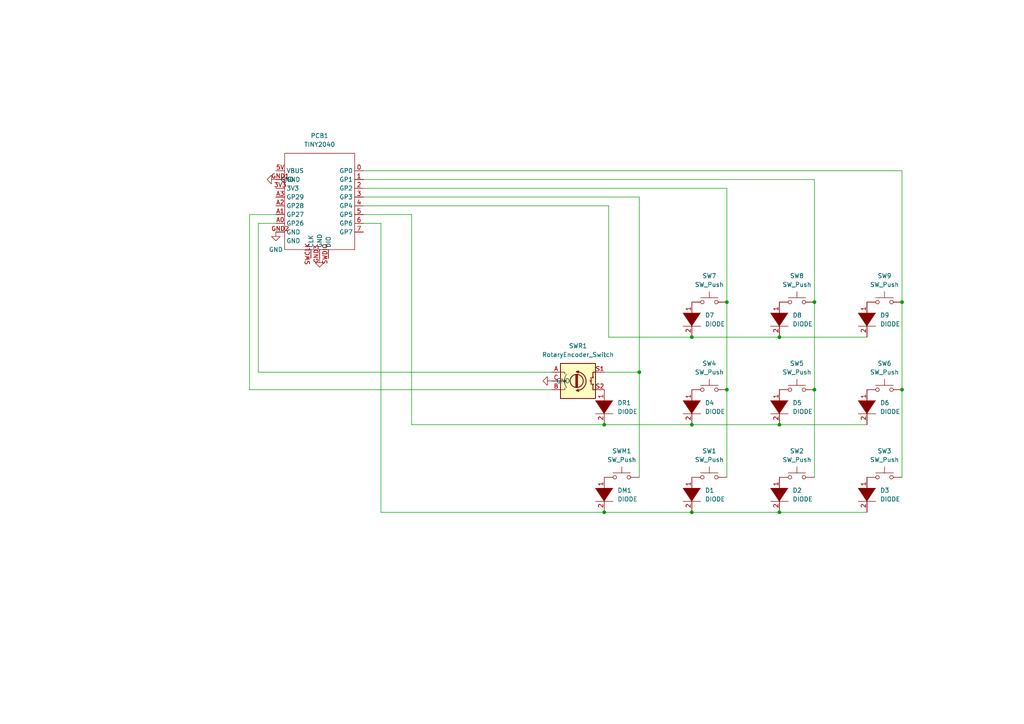
<source format=kicad_sch>
(kicad_sch (version 20211123) (generator eeschema)

  (uuid 9538e4ed-27e6-4c37-b989-9859dc0d49e8)

  (paper "A4")

  (lib_symbols
    (symbol "Device:RotaryEncoder_Switch" (pin_names (offset 0.254) hide) (in_bom yes) (on_board yes)
      (property "Reference" "SW" (id 0) (at 0 6.604 0)
        (effects (font (size 1.27 1.27)))
      )
      (property "Value" "RotaryEncoder_Switch" (id 1) (at 0 -6.604 0)
        (effects (font (size 1.27 1.27)))
      )
      (property "Footprint" "" (id 2) (at -3.81 4.064 0)
        (effects (font (size 1.27 1.27)) hide)
      )
      (property "Datasheet" "~" (id 3) (at 0 6.604 0)
        (effects (font (size 1.27 1.27)) hide)
      )
      (property "ki_keywords" "rotary switch encoder switch push button" (id 4) (at 0 0 0)
        (effects (font (size 1.27 1.27)) hide)
      )
      (property "ki_description" "Rotary encoder, dual channel, incremental quadrate outputs, with switch" (id 5) (at 0 0 0)
        (effects (font (size 1.27 1.27)) hide)
      )
      (property "ki_fp_filters" "RotaryEncoder*Switch*" (id 6) (at 0 0 0)
        (effects (font (size 1.27 1.27)) hide)
      )
      (symbol "RotaryEncoder_Switch_0_1"
        (rectangle (start -5.08 5.08) (end 5.08 -5.08)
          (stroke (width 0.254) (type default) (color 0 0 0 0))
          (fill (type background))
        )
        (circle (center -3.81 0) (radius 0.254)
          (stroke (width 0) (type default) (color 0 0 0 0))
          (fill (type outline))
        )
        (arc (start -0.381 -2.794) (mid 2.3622 -0.0508) (end -0.381 2.667)
          (stroke (width 0.254) (type default) (color 0 0 0 0))
          (fill (type none))
        )
        (circle (center -0.381 0) (radius 1.905)
          (stroke (width 0.254) (type default) (color 0 0 0 0))
          (fill (type none))
        )
        (polyline
          (pts
            (xy -0.635 -1.778)
            (xy -0.635 1.778)
          )
          (stroke (width 0.254) (type default) (color 0 0 0 0))
          (fill (type none))
        )
        (polyline
          (pts
            (xy -0.381 -1.778)
            (xy -0.381 1.778)
          )
          (stroke (width 0.254) (type default) (color 0 0 0 0))
          (fill (type none))
        )
        (polyline
          (pts
            (xy -0.127 1.778)
            (xy -0.127 -1.778)
          )
          (stroke (width 0.254) (type default) (color 0 0 0 0))
          (fill (type none))
        )
        (polyline
          (pts
            (xy 3.81 0)
            (xy 3.429 0)
          )
          (stroke (width 0.254) (type default) (color 0 0 0 0))
          (fill (type none))
        )
        (polyline
          (pts
            (xy 3.81 1.016)
            (xy 3.81 -1.016)
          )
          (stroke (width 0.254) (type default) (color 0 0 0 0))
          (fill (type none))
        )
        (polyline
          (pts
            (xy -5.08 -2.54)
            (xy -3.81 -2.54)
            (xy -3.81 -2.032)
          )
          (stroke (width 0) (type default) (color 0 0 0 0))
          (fill (type none))
        )
        (polyline
          (pts
            (xy -5.08 2.54)
            (xy -3.81 2.54)
            (xy -3.81 2.032)
          )
          (stroke (width 0) (type default) (color 0 0 0 0))
          (fill (type none))
        )
        (polyline
          (pts
            (xy 0.254 -3.048)
            (xy -0.508 -2.794)
            (xy 0.127 -2.413)
          )
          (stroke (width 0.254) (type default) (color 0 0 0 0))
          (fill (type none))
        )
        (polyline
          (pts
            (xy 0.254 2.921)
            (xy -0.508 2.667)
            (xy 0.127 2.286)
          )
          (stroke (width 0.254) (type default) (color 0 0 0 0))
          (fill (type none))
        )
        (polyline
          (pts
            (xy 5.08 -2.54)
            (xy 4.318 -2.54)
            (xy 4.318 -1.016)
          )
          (stroke (width 0.254) (type default) (color 0 0 0 0))
          (fill (type none))
        )
        (polyline
          (pts
            (xy 5.08 2.54)
            (xy 4.318 2.54)
            (xy 4.318 1.016)
          )
          (stroke (width 0.254) (type default) (color 0 0 0 0))
          (fill (type none))
        )
        (polyline
          (pts
            (xy -5.08 0)
            (xy -3.81 0)
            (xy -3.81 -1.016)
            (xy -3.302 -2.032)
          )
          (stroke (width 0) (type default) (color 0 0 0 0))
          (fill (type none))
        )
        (polyline
          (pts
            (xy -4.318 0)
            (xy -3.81 0)
            (xy -3.81 1.016)
            (xy -3.302 2.032)
          )
          (stroke (width 0) (type default) (color 0 0 0 0))
          (fill (type none))
        )
        (circle (center 4.318 -1.016) (radius 0.127)
          (stroke (width 0.254) (type default) (color 0 0 0 0))
          (fill (type none))
        )
        (circle (center 4.318 1.016) (radius 0.127)
          (stroke (width 0.254) (type default) (color 0 0 0 0))
          (fill (type none))
        )
      )
      (symbol "RotaryEncoder_Switch_1_1"
        (pin passive line (at -7.62 2.54 0) (length 2.54)
          (name "A" (effects (font (size 1.27 1.27))))
          (number "A" (effects (font (size 1.27 1.27))))
        )
        (pin passive line (at -7.62 -2.54 0) (length 2.54)
          (name "B" (effects (font (size 1.27 1.27))))
          (number "B" (effects (font (size 1.27 1.27))))
        )
        (pin passive line (at -7.62 0 0) (length 2.54)
          (name "C" (effects (font (size 1.27 1.27))))
          (number "C" (effects (font (size 1.27 1.27))))
        )
        (pin passive line (at 7.62 2.54 180) (length 2.54)
          (name "S1" (effects (font (size 1.27 1.27))))
          (number "S1" (effects (font (size 1.27 1.27))))
        )
        (pin passive line (at 7.62 -2.54 180) (length 2.54)
          (name "S2" (effects (font (size 1.27 1.27))))
          (number "S2" (effects (font (size 1.27 1.27))))
        )
      )
    )
    (symbol "GND_1" (power) (pin_names (offset 0)) (in_bom yes) (on_board yes)
      (property "Reference" "#PWR0101" (id 0) (at 0 -6.35 0)
        (effects (font (size 1.27 1.27)) hide)
      )
      (property "Value" "GND_1" (id 1) (at -7.62 5.08 0)
        (effects (font (size 1.27 1.27)))
      )
      (property "Footprint" "" (id 2) (at 0 0 0)
        (effects (font (size 1.27 1.27)) hide)
      )
      (property "Datasheet" "" (id 3) (at 0 0 0)
        (effects (font (size 1.27 1.27)) hide)
      )
      (property "ki_keywords" "power-flag" (id 4) (at 0 0 0)
        (effects (font (size 1.27 1.27)) hide)
      )
      (property "ki_description" "Power symbol creates a global label with name \"GND\" , ground" (id 5) (at 0 0 0)
        (effects (font (size 1.27 1.27)) hide)
      )
      (symbol "GND_1_0_1"
        (polyline
          (pts
            (xy 0 0)
            (xy 0 -1.27)
            (xy 1.27 -1.27)
            (xy 0 -2.54)
            (xy -1.27 -1.27)
            (xy 0 -1.27)
          )
          (stroke (width 0) (type default) (color 0 0 0 0))
          (fill (type none))
        )
      )
      (symbol "GND_1_1_1"
        (pin power_in line (at 0 0 270) (length 0) hide
          (name "GND" (effects (font (size 1.27 1.27))))
          (number "1" (effects (font (size 1.27 1.27))))
        )
      )
    )
    (symbol "RP2040:TINY2040" (in_bom yes) (on_board yes)
      (property "Reference" "PCB" (id 0) (at 0 -30.48 0)
        (effects (font (size 1.27 1.27)))
      )
      (property "Value" "TINY2040" (id 1) (at 0 10.16 0)
        (effects (font (size 1.27 1.27)))
      )
      (property "Footprint" "" (id 2) (at 0 0 0)
        (effects (font (size 1.27 1.27)) hide)
      )
      (property "Datasheet" "" (id 3) (at 0 0 0)
        (effects (font (size 1.27 1.27)) hide)
      )
      (symbol "TINY2040_0_1"
        (rectangle (start -10.16 -20.32) (end 10.16 7.62)
          (stroke (width 0) (type default) (color 0 0 0 0))
          (fill (type none))
        )
      )
      (symbol "TINY2040_1_1"
        (pin input line (at 12.7 2.54 180) (length 2.54)
          (name "GP0" (effects (font (size 1.27 1.27))))
          (number "0" (effects (font (size 1.27 1.27))))
        )
        (pin input line (at 12.7 0 180) (length 2.54)
          (name "GP1" (effects (font (size 1.27 1.27))))
          (number "1" (effects (font (size 1.27 1.27))))
        )
        (pin input line (at 12.7 -2.54 180) (length 2.54)
          (name "GP2" (effects (font (size 1.27 1.27))))
          (number "2" (effects (font (size 1.27 1.27))))
        )
        (pin input line (at 12.7 -5.08 180) (length 2.54)
          (name "GP3" (effects (font (size 1.27 1.27))))
          (number "3" (effects (font (size 1.27 1.27))))
        )
        (pin power_in line (at -12.7 -2.54 0) (length 2.54)
          (name "3V3" (effects (font (size 1.27 1.27))))
          (number "3V3" (effects (font (size 1.27 1.27))))
        )
        (pin input line (at 12.7 -7.62 180) (length 2.54)
          (name "GP4" (effects (font (size 1.27 1.27))))
          (number "4" (effects (font (size 1.27 1.27))))
        )
        (pin input line (at 12.7 -10.16 180) (length 2.54)
          (name "GP5" (effects (font (size 1.27 1.27))))
          (number "5" (effects (font (size 1.27 1.27))))
        )
        (pin power_in line (at -12.7 2.54 0) (length 2.54)
          (name "VBUS" (effects (font (size 1.27 1.27))))
          (number "5V" (effects (font (size 1.27 1.27))))
        )
        (pin input line (at 12.7 -12.7 180) (length 2.54)
          (name "GP6" (effects (font (size 1.27 1.27))))
          (number "6" (effects (font (size 1.27 1.27))))
        )
        (pin input line (at 12.7 -15.24 180) (length 2.54)
          (name "GP7" (effects (font (size 1.27 1.27))))
          (number "7" (effects (font (size 1.27 1.27))))
        )
        (pin input line (at -12.7 -12.7 0) (length 2.54)
          (name "GP26" (effects (font (size 1.27 1.27))))
          (number "A0" (effects (font (size 1.27 1.27))))
        )
        (pin input line (at -12.7 -10.16 0) (length 2.54)
          (name "GP27" (effects (font (size 1.27 1.27))))
          (number "A1" (effects (font (size 1.27 1.27))))
        )
        (pin input line (at -12.7 -7.62 0) (length 2.54)
          (name "GP28" (effects (font (size 1.27 1.27))))
          (number "A2" (effects (font (size 1.27 1.27))))
        )
        (pin input line (at -12.7 -5.08 0) (length 2.54)
          (name "GP29" (effects (font (size 1.27 1.27))))
          (number "A3" (effects (font (size 1.27 1.27))))
        )
        (pin input line (at -12.7 0 0) (length 2.54)
          (name "GND" (effects (font (size 1.27 1.27))))
          (number "GND1" (effects (font (size 1.27 1.27))))
        )
        (pin input line (at -12.7 -15.24 0) (length 2.54)
          (name "GND" (effects (font (size 1.27 1.27))))
          (number "GND2" (effects (font (size 1.27 1.27))))
        )
        (pin input line (at 0 -22.86 90) (length 2.54)
          (name "GND" (effects (font (size 1.27 1.27))))
          (number "GND3" (effects (font (size 1.27 1.27))))
        )
        (pin input line (at -2.54 -22.86 90) (length 2.54)
          (name "CLK" (effects (font (size 1.27 1.27))))
          (number "SWCLK" (effects (font (size 1.27 1.27))))
        )
        (pin input line (at 2.54 -22.86 90) (length 2.54)
          (name "DIO" (effects (font (size 1.27 1.27))))
          (number "SWDIO" (effects (font (size 1.27 1.27))))
        )
      )
    )
    (symbol "Switch:SW_Push" (pin_numbers hide) (pin_names (offset 1.016) hide) (in_bom yes) (on_board yes)
      (property "Reference" "SW" (id 0) (at 1.27 2.54 0)
        (effects (font (size 1.27 1.27)) (justify left))
      )
      (property "Value" "SW_Push" (id 1) (at 0 -1.524 0)
        (effects (font (size 1.27 1.27)))
      )
      (property "Footprint" "" (id 2) (at 0 5.08 0)
        (effects (font (size 1.27 1.27)) hide)
      )
      (property "Datasheet" "~" (id 3) (at 0 5.08 0)
        (effects (font (size 1.27 1.27)) hide)
      )
      (property "ki_keywords" "switch normally-open pushbutton push-button" (id 4) (at 0 0 0)
        (effects (font (size 1.27 1.27)) hide)
      )
      (property "ki_description" "Push button switch, generic, two pins" (id 5) (at 0 0 0)
        (effects (font (size 1.27 1.27)) hide)
      )
      (symbol "SW_Push_0_1"
        (circle (center -2.032 0) (radius 0.508)
          (stroke (width 0) (type default) (color 0 0 0 0))
          (fill (type none))
        )
        (polyline
          (pts
            (xy 0 1.27)
            (xy 0 3.048)
          )
          (stroke (width 0) (type default) (color 0 0 0 0))
          (fill (type none))
        )
        (polyline
          (pts
            (xy 2.54 1.27)
            (xy -2.54 1.27)
          )
          (stroke (width 0) (type default) (color 0 0 0 0))
          (fill (type none))
        )
        (circle (center 2.032 0) (radius 0.508)
          (stroke (width 0) (type default) (color 0 0 0 0))
          (fill (type none))
        )
        (pin passive line (at -5.08 0 0) (length 2.54)
          (name "1" (effects (font (size 1.27 1.27))))
          (number "1" (effects (font (size 1.27 1.27))))
        )
        (pin passive line (at 5.08 0 180) (length 2.54)
          (name "2" (effects (font (size 1.27 1.27))))
          (number "2" (effects (font (size 1.27 1.27))))
        )
      )
    )
    (symbol "power:GND" (power) (pin_names (offset 0)) (in_bom yes) (on_board yes)
      (property "Reference" "#PWR" (id 0) (at 0 -6.35 0)
        (effects (font (size 1.27 1.27)) hide)
      )
      (property "Value" "GND" (id 1) (at 0 -3.81 0)
        (effects (font (size 1.27 1.27)))
      )
      (property "Footprint" "" (id 2) (at 0 0 0)
        (effects (font (size 1.27 1.27)) hide)
      )
      (property "Datasheet" "" (id 3) (at 0 0 0)
        (effects (font (size 1.27 1.27)) hide)
      )
      (property "ki_keywords" "power-flag" (id 4) (at 0 0 0)
        (effects (font (size 1.27 1.27)) hide)
      )
      (property "ki_description" "Power symbol creates a global label with name \"GND\" , ground" (id 5) (at 0 0 0)
        (effects (font (size 1.27 1.27)) hide)
      )
      (symbol "GND_0_1"
        (polyline
          (pts
            (xy 0 0)
            (xy 0 -1.27)
            (xy 1.27 -1.27)
            (xy 0 -2.54)
            (xy -1.27 -1.27)
            (xy 0 -1.27)
          )
          (stroke (width 0) (type default) (color 0 0 0 0))
          (fill (type none))
        )
      )
      (symbol "GND_1_1"
        (pin power_in line (at 0 0 270) (length 0) hide
          (name "GND" (effects (font (size 1.27 1.27))))
          (number "1" (effects (font (size 1.27 1.27))))
        )
      )
    )
    (symbol "pspice:DIODE" (pin_names (offset 1.016) hide) (in_bom yes) (on_board yes)
      (property "Reference" "D" (id 0) (at 0 3.81 0)
        (effects (font (size 1.27 1.27)))
      )
      (property "Value" "DIODE" (id 1) (at 0 -4.445 0)
        (effects (font (size 1.27 1.27)))
      )
      (property "Footprint" "" (id 2) (at 0 0 0)
        (effects (font (size 1.27 1.27)) hide)
      )
      (property "Datasheet" "~" (id 3) (at 0 0 0)
        (effects (font (size 1.27 1.27)) hide)
      )
      (property "ki_keywords" "simulation" (id 4) (at 0 0 0)
        (effects (font (size 1.27 1.27)) hide)
      )
      (property "ki_description" "Diode symbol for simulation only. Pin order incompatible with official kicad footprints" (id 5) (at 0 0 0)
        (effects (font (size 1.27 1.27)) hide)
      )
      (symbol "DIODE_0_1"
        (polyline
          (pts
            (xy 1.905 2.54)
            (xy 1.905 -2.54)
          )
          (stroke (width 0) (type default) (color 0 0 0 0))
          (fill (type none))
        )
        (polyline
          (pts
            (xy -1.905 2.54)
            (xy -1.905 -2.54)
            (xy 1.905 0)
          )
          (stroke (width 0) (type default) (color 0 0 0 0))
          (fill (type outline))
        )
      )
      (symbol "DIODE_1_1"
        (pin input line (at -5.08 0 0) (length 3.81)
          (name "K" (effects (font (size 1.27 1.27))))
          (number "1" (effects (font (size 1.27 1.27))))
        )
        (pin input line (at 5.08 0 180) (length 3.81)
          (name "A" (effects (font (size 1.27 1.27))))
          (number "2" (effects (font (size 1.27 1.27))))
        )
      )
    )
  )

  (junction (at 226.06 97.79) (diameter 0) (color 0 0 0 0)
    (uuid 0873cdc0-3710-4587-890a-e26565e62d68)
  )
  (junction (at 210.82 113.03) (diameter 0) (color 0 0 0 0)
    (uuid 175412a8-9e63-4d54-ac44-26994c744167)
  )
  (junction (at 261.62 113.03) (diameter 0) (color 0 0 0 0)
    (uuid 1fbade10-f614-4a26-8e74-b8a0ae931314)
  )
  (junction (at 175.26 148.59) (diameter 0) (color 0 0 0 0)
    (uuid 2b744c59-157c-4f10-973a-a0cdfb1abec0)
  )
  (junction (at 226.06 148.59) (diameter 0) (color 0 0 0 0)
    (uuid 6690ae58-4af4-4bd1-a527-8fe1f86b30c4)
  )
  (junction (at 200.66 148.59) (diameter 0) (color 0 0 0 0)
    (uuid 684dc39e-476f-45c2-9396-f5ebd24b969d)
  )
  (junction (at 261.62 87.63) (diameter 0) (color 0 0 0 0)
    (uuid 69019c7f-644c-440e-bacc-6abba8dadf64)
  )
  (junction (at 236.22 113.03) (diameter 0) (color 0 0 0 0)
    (uuid 77a9fa2d-5a8a-4fe9-abd9-301ee088f847)
  )
  (junction (at 226.06 123.19) (diameter 0) (color 0 0 0 0)
    (uuid 79f3fbc5-36eb-4a13-b180-f332babfa68c)
  )
  (junction (at 236.22 87.63) (diameter 0) (color 0 0 0 0)
    (uuid 80a41420-48e6-4d93-b676-f49818f3eb0c)
  )
  (junction (at 210.82 87.63) (diameter 0) (color 0 0 0 0)
    (uuid 910251e4-a0cf-4469-8fac-5c39886f55d3)
  )
  (junction (at 185.42 107.95) (diameter 0) (color 0 0 0 0)
    (uuid 9bc09037-7dc5-493a-8e37-b313513a0f12)
  )
  (junction (at 200.66 123.19) (diameter 0) (color 0 0 0 0)
    (uuid a6267a2b-7bda-45df-96c8-747f684aca2a)
  )
  (junction (at 200.66 97.79) (diameter 0) (color 0 0 0 0)
    (uuid afd150d1-fc13-44f7-8442-ebcba7f67252)
  )
  (junction (at 175.26 123.19) (diameter 0) (color 0 0 0 0)
    (uuid b64af439-ad33-40dc-af5f-570531c89aee)
  )

  (wire (pts (xy 200.66 148.59) (xy 226.06 148.59))
    (stroke (width 0) (type default) (color 0 0 0 0))
    (uuid 0228716c-42ba-4b4e-8caf-98e69b50bedf)
  )
  (wire (pts (xy 226.06 123.19) (xy 251.46 123.19))
    (stroke (width 0) (type default) (color 0 0 0 0))
    (uuid 0aa50a6a-36c0-495a-8825-f3b1a2e8cc48)
  )
  (wire (pts (xy 261.62 87.63) (xy 261.62 113.03))
    (stroke (width 0) (type default) (color 0 0 0 0))
    (uuid 16a1fd3f-c889-4bd7-927f-4818cfead52a)
  )
  (wire (pts (xy 110.49 148.59) (xy 110.49 64.77))
    (stroke (width 0) (type default) (color 0 0 0 0))
    (uuid 1e4b62c4-a010-4caa-84a8-f965034e2901)
  )
  (wire (pts (xy 200.66 97.79) (xy 226.06 97.79))
    (stroke (width 0) (type default) (color 0 0 0 0))
    (uuid 1f77094a-5b5e-4260-a051-44e56027baac)
  )
  (wire (pts (xy 74.93 107.95) (xy 160.02 107.95))
    (stroke (width 0) (type default) (color 0 0 0 0))
    (uuid 2429fba0-5cfa-41a0-ae6d-ff0a2cdf3bb0)
  )
  (wire (pts (xy 185.42 57.15) (xy 185.42 107.95))
    (stroke (width 0) (type default) (color 0 0 0 0))
    (uuid 38cbf4f1-faaa-41ec-a3f7-5bc97e643d8e)
  )
  (wire (pts (xy 261.62 113.03) (xy 261.62 138.43))
    (stroke (width 0) (type default) (color 0 0 0 0))
    (uuid 38e3e38f-3f8a-489d-9fbb-dd6a5ac12797)
  )
  (wire (pts (xy 176.53 97.79) (xy 200.66 97.79))
    (stroke (width 0) (type default) (color 0 0 0 0))
    (uuid 3a75e733-05f9-4fa9-a785-1e3c78158f59)
  )
  (wire (pts (xy 226.06 97.79) (xy 251.46 97.79))
    (stroke (width 0) (type default) (color 0 0 0 0))
    (uuid 3d2fc159-91c4-47e5-8252-8e172dab1c30)
  )
  (wire (pts (xy 74.93 64.77) (xy 80.01 64.77))
    (stroke (width 0) (type default) (color 0 0 0 0))
    (uuid 4d103dec-c191-41ba-9e42-7834c9e4ea91)
  )
  (wire (pts (xy 80.01 62.23) (xy 72.39 62.23))
    (stroke (width 0) (type default) (color 0 0 0 0))
    (uuid 528d556c-39ae-470d-901d-0add8fddffba)
  )
  (wire (pts (xy 175.26 148.59) (xy 200.66 148.59))
    (stroke (width 0) (type default) (color 0 0 0 0))
    (uuid 52bd69af-5ac2-4647-8849-907734fda228)
  )
  (wire (pts (xy 236.22 52.07) (xy 105.41 52.07))
    (stroke (width 0) (type default) (color 0 0 0 0))
    (uuid 5fed8039-85aa-4449-8ffd-52887a6661ee)
  )
  (wire (pts (xy 210.82 54.61) (xy 105.41 54.61))
    (stroke (width 0) (type default) (color 0 0 0 0))
    (uuid 61482348-9b41-49bd-805c-a1eac912cae3)
  )
  (wire (pts (xy 119.38 62.23) (xy 105.41 62.23))
    (stroke (width 0) (type default) (color 0 0 0 0))
    (uuid 61ad52b6-50aa-4a3e-8de6-75567d2a8be9)
  )
  (wire (pts (xy 175.26 107.95) (xy 185.42 107.95))
    (stroke (width 0) (type default) (color 0 0 0 0))
    (uuid 6a7bc429-0590-42aa-954a-390cdc67d80f)
  )
  (wire (pts (xy 72.39 113.03) (xy 160.02 113.03))
    (stroke (width 0) (type default) (color 0 0 0 0))
    (uuid 6e1f0f93-a3ff-4b8d-a97b-c05d9d2447a3)
  )
  (wire (pts (xy 200.66 123.19) (xy 226.06 123.19))
    (stroke (width 0) (type default) (color 0 0 0 0))
    (uuid 6ee119a9-b985-43f0-830f-3717fcbce052)
  )
  (wire (pts (xy 119.38 123.19) (xy 119.38 62.23))
    (stroke (width 0) (type default) (color 0 0 0 0))
    (uuid 6f987748-671a-4303-b197-e6d95ba3d662)
  )
  (wire (pts (xy 210.82 87.63) (xy 210.82 113.03))
    (stroke (width 0) (type default) (color 0 0 0 0))
    (uuid 71822164-df87-475c-a846-7532b6481c79)
  )
  (wire (pts (xy 236.22 113.03) (xy 236.22 138.43))
    (stroke (width 0) (type default) (color 0 0 0 0))
    (uuid 76a16bf5-7ab7-40ed-8b7f-a4d2e574ba20)
  )
  (wire (pts (xy 175.26 123.19) (xy 200.66 123.19))
    (stroke (width 0) (type default) (color 0 0 0 0))
    (uuid 7727ed64-611d-4faa-8598-9141a4c0c092)
  )
  (wire (pts (xy 261.62 49.53) (xy 105.41 49.53))
    (stroke (width 0) (type default) (color 0 0 0 0))
    (uuid 7a3cdf13-afb3-48de-963e-fca2daeeb850)
  )
  (wire (pts (xy 110.49 64.77) (xy 105.41 64.77))
    (stroke (width 0) (type default) (color 0 0 0 0))
    (uuid 7aee6331-cbcd-4b2f-bea7-eb9819ac3d65)
  )
  (wire (pts (xy 236.22 52.07) (xy 236.22 87.63))
    (stroke (width 0) (type default) (color 0 0 0 0))
    (uuid 88dc6b19-f914-4b7e-9a36-2e57daccab98)
  )
  (wire (pts (xy 74.93 107.95) (xy 74.93 64.77))
    (stroke (width 0) (type default) (color 0 0 0 0))
    (uuid 90a97dfe-6fc1-44ad-88d8-521225db1b67)
  )
  (wire (pts (xy 210.82 54.61) (xy 210.82 87.63))
    (stroke (width 0) (type default) (color 0 0 0 0))
    (uuid 9d45341f-3a0a-4fac-b69d-334df5e29c22)
  )
  (wire (pts (xy 175.26 123.19) (xy 119.38 123.19))
    (stroke (width 0) (type default) (color 0 0 0 0))
    (uuid 9eb323be-90eb-4214-aaf5-dc16ab29b59f)
  )
  (wire (pts (xy 185.42 57.15) (xy 105.41 57.15))
    (stroke (width 0) (type default) (color 0 0 0 0))
    (uuid b3afa44e-35dc-45a2-a154-9d41a0c71214)
  )
  (wire (pts (xy 210.82 113.03) (xy 210.82 138.43))
    (stroke (width 0) (type default) (color 0 0 0 0))
    (uuid b47310f8-3f6f-4d60-ad2b-0379b06b640b)
  )
  (wire (pts (xy 261.62 49.53) (xy 261.62 87.63))
    (stroke (width 0) (type default) (color 0 0 0 0))
    (uuid b78ea95c-e876-447b-82ff-a11a561ff4a6)
  )
  (wire (pts (xy 226.06 148.59) (xy 251.46 148.59))
    (stroke (width 0) (type default) (color 0 0 0 0))
    (uuid b795f36f-3c70-437f-8819-608df30afd37)
  )
  (wire (pts (xy 105.41 59.69) (xy 176.53 59.69))
    (stroke (width 0) (type default) (color 0 0 0 0))
    (uuid cdca502f-3e87-4ad4-9fe0-073fb665cdea)
  )
  (wire (pts (xy 176.53 59.69) (xy 176.53 97.79))
    (stroke (width 0) (type default) (color 0 0 0 0))
    (uuid daef8ca7-c294-4936-b39b-f07e9640024f)
  )
  (wire (pts (xy 185.42 107.95) (xy 185.42 138.43))
    (stroke (width 0) (type default) (color 0 0 0 0))
    (uuid dd3039a3-ac29-4d0c-be4c-9dd11955fb73)
  )
  (wire (pts (xy 72.39 62.23) (xy 72.39 113.03))
    (stroke (width 0) (type default) (color 0 0 0 0))
    (uuid df90fe60-83f5-43c0-be40-ca1399e54edb)
  )
  (wire (pts (xy 236.22 87.63) (xy 236.22 113.03))
    (stroke (width 0) (type default) (color 0 0 0 0))
    (uuid dfcf5774-3179-4df6-99e0-6f7aa489887d)
  )
  (wire (pts (xy 175.26 148.59) (xy 110.49 148.59))
    (stroke (width 0) (type default) (color 0 0 0 0))
    (uuid f42c70b0-c182-41ab-b318-d1689c69c4f2)
  )

  (symbol (lib_id "pspice:DIODE") (at 175.26 143.51 270) (unit 1)
    (in_bom yes) (on_board yes) (fields_autoplaced)
    (uuid 06aab8f0-da13-4db3-8676-fb1cdb84b3df)
    (property "Reference" "DM1" (id 0) (at 179.07 142.2399 90)
      (effects (font (size 1.27 1.27)) (justify left))
    )
    (property "Value" "DIODE" (id 1) (at 179.07 144.7799 90)
      (effects (font (size 1.27 1.27)) (justify left))
    )
    (property "Footprint" "Diode_SMD:D_SOD-123" (id 2) (at 175.26 143.51 0)
      (effects (font (size 1.27 1.27)) hide)
    )
    (property "Datasheet" "~" (id 3) (at 175.26 143.51 0)
      (effects (font (size 1.27 1.27)) hide)
    )
    (pin "1" (uuid 56821b15-f99f-4746-a9e7-4fbfc11f914d))
    (pin "2" (uuid db3d217e-ba7e-4a17-a1b0-51a9d41bf692))
  )

  (symbol (lib_id "Switch:SW_Push") (at 231.14 138.43 0) (unit 1)
    (in_bom yes) (on_board yes) (fields_autoplaced)
    (uuid 087f8577-9039-40a2-9b9b-ddf567db2885)
    (property "Reference" "SW2" (id 0) (at 231.14 130.81 0))
    (property "Value" "SW_Push" (id 1) (at 231.14 133.35 0))
    (property "Footprint" "" (id 2) (at 231.14 133.35 0)
      (effects (font (size 1.27 1.27)) hide)
    )
    (property "Datasheet" "~" (id 3) (at 231.14 133.35 0)
      (effects (font (size 1.27 1.27)) hide)
    )
    (pin "1" (uuid 7b38969f-ddf4-499f-a9d5-572ff0099fd2))
    (pin "2" (uuid f0a2fe67-2ca7-43a7-b343-83fe064f7067))
  )

  (symbol (lib_id "pspice:DIODE") (at 226.06 143.51 270) (unit 1)
    (in_bom yes) (on_board yes) (fields_autoplaced)
    (uuid 14308718-740b-421a-bc52-633c2b113904)
    (property "Reference" "D2" (id 0) (at 229.87 142.2399 90)
      (effects (font (size 1.27 1.27)) (justify left))
    )
    (property "Value" "DIODE" (id 1) (at 229.87 144.7799 90)
      (effects (font (size 1.27 1.27)) (justify left))
    )
    (property "Footprint" "Diode_SMD:D_SOD-123" (id 2) (at 226.06 143.51 0)
      (effects (font (size 1.27 1.27)) hide)
    )
    (property "Datasheet" "~" (id 3) (at 226.06 143.51 0)
      (effects (font (size 1.27 1.27)) hide)
    )
    (pin "1" (uuid b3b65d55-a211-4153-b0e9-e99a3633cc8d))
    (pin "2" (uuid 656b90fd-4744-4aa1-8332-91b1800b8877))
  )

  (symbol (lib_id "pspice:DIODE") (at 226.06 92.71 270) (unit 1)
    (in_bom yes) (on_board yes) (fields_autoplaced)
    (uuid 14e915fc-1dc9-434e-b8d8-ff580b83cbc7)
    (property "Reference" "D8" (id 0) (at 229.87 91.4399 90)
      (effects (font (size 1.27 1.27)) (justify left))
    )
    (property "Value" "DIODE" (id 1) (at 229.87 93.9799 90)
      (effects (font (size 1.27 1.27)) (justify left))
    )
    (property "Footprint" "Diode_SMD:D_SOD-123" (id 2) (at 226.06 92.71 0)
      (effects (font (size 1.27 1.27)) hide)
    )
    (property "Datasheet" "~" (id 3) (at 226.06 92.71 0)
      (effects (font (size 1.27 1.27)) hide)
    )
    (pin "1" (uuid 9abadd5d-80ac-4201-b2e6-b3ac5ad6f2c2))
    (pin "2" (uuid 38003947-c92d-4add-9c81-f1d881b3d571))
  )

  (symbol (lib_id "pspice:DIODE") (at 200.66 118.11 270) (unit 1)
    (in_bom yes) (on_board yes) (fields_autoplaced)
    (uuid 1d006c05-f1df-4be0-9cb2-948c77c841e1)
    (property "Reference" "D4" (id 0) (at 204.47 116.8399 90)
      (effects (font (size 1.27 1.27)) (justify left))
    )
    (property "Value" "DIODE" (id 1) (at 204.47 119.3799 90)
      (effects (font (size 1.27 1.27)) (justify left))
    )
    (property "Footprint" "Diode_SMD:D_SOD-123" (id 2) (at 200.66 118.11 0)
      (effects (font (size 1.27 1.27)) hide)
    )
    (property "Datasheet" "~" (id 3) (at 200.66 118.11 0)
      (effects (font (size 1.27 1.27)) hide)
    )
    (pin "1" (uuid ece494d7-25ba-49c5-8ee2-6ea1dce2e3a5))
    (pin "2" (uuid a6b9a0a2-aa7d-4ba7-aaea-a2da03b5113c))
  )

  (symbol (lib_id "pspice:DIODE") (at 251.46 92.71 270) (unit 1)
    (in_bom yes) (on_board yes) (fields_autoplaced)
    (uuid 28fa8b38-7a3b-4522-9cac-0471c3312821)
    (property "Reference" "D9" (id 0) (at 255.27 91.4399 90)
      (effects (font (size 1.27 1.27)) (justify left))
    )
    (property "Value" "DIODE" (id 1) (at 255.27 93.9799 90)
      (effects (font (size 1.27 1.27)) (justify left))
    )
    (property "Footprint" "Diode_SMD:D_SOD-123" (id 2) (at 251.46 92.71 0)
      (effects (font (size 1.27 1.27)) hide)
    )
    (property "Datasheet" "~" (id 3) (at 251.46 92.71 0)
      (effects (font (size 1.27 1.27)) hide)
    )
    (pin "1" (uuid 5530aee3-c202-48df-875f-f5b264b41198))
    (pin "2" (uuid 73a0b2c2-d47e-481a-ac36-47fe4dea549e))
  )

  (symbol (lib_id "Switch:SW_Push") (at 256.54 138.43 0) (unit 1)
    (in_bom yes) (on_board yes) (fields_autoplaced)
    (uuid 304a3051-63d1-4236-8662-7b8dc76290fe)
    (property "Reference" "SW3" (id 0) (at 256.54 130.81 0))
    (property "Value" "SW_Push" (id 1) (at 256.54 133.35 0))
    (property "Footprint" "" (id 2) (at 256.54 133.35 0)
      (effects (font (size 1.27 1.27)) hide)
    )
    (property "Datasheet" "~" (id 3) (at 256.54 133.35 0)
      (effects (font (size 1.27 1.27)) hide)
    )
    (pin "1" (uuid 7bae8c19-69dd-45dd-92ac-9c50c924fe1e))
    (pin "2" (uuid 963a08a8-2f35-4ffc-bac7-06e48e774abc))
  )

  (symbol (lib_id "pspice:DIODE") (at 200.66 92.71 270) (unit 1)
    (in_bom yes) (on_board yes) (fields_autoplaced)
    (uuid 40fd54d6-b401-484d-866d-d2e5e398a476)
    (property "Reference" "D7" (id 0) (at 204.47 91.4399 90)
      (effects (font (size 1.27 1.27)) (justify left))
    )
    (property "Value" "DIODE" (id 1) (at 204.47 93.9799 90)
      (effects (font (size 1.27 1.27)) (justify left))
    )
    (property "Footprint" "Diode_SMD:D_SOD-123" (id 2) (at 200.66 92.71 0)
      (effects (font (size 1.27 1.27)) hide)
    )
    (property "Datasheet" "~" (id 3) (at 200.66 92.71 0)
      (effects (font (size 1.27 1.27)) hide)
    )
    (pin "1" (uuid 854829a6-af54-45a8-88ea-651e7fc85104))
    (pin "2" (uuid b6b994c6-068e-4399-860d-0438db08c311))
  )

  (symbol (lib_name "GND_1") (lib_id "power:GND") (at 92.71 74.93 0) (unit 1)
    (in_bom yes) (on_board yes) (fields_autoplaced)
    (uuid 46e9d9ed-8f0b-4a4f-be31-7ee05ebbd10d)
    (property "Reference" "#PWR0101" (id 0) (at 92.71 81.28 0)
      (effects (font (size 1.27 1.27)) hide)
    )
    (property "Value" "GND" (id 1) (at 85.09 69.85 0))
    (property "Footprint" "" (id 2) (at 92.71 74.93 0)
      (effects (font (size 1.27 1.27)) hide)
    )
    (property "Datasheet" "" (id 3) (at 92.71 74.93 0)
      (effects (font (size 1.27 1.27)) hide)
    )
    (pin "1" (uuid 04537507-6d2b-470f-8b42-ad85c2575fe2))
  )

  (symbol (lib_id "Switch:SW_Push") (at 180.34 138.43 0) (unit 1)
    (in_bom yes) (on_board yes) (fields_autoplaced)
    (uuid 6182ca9b-1bd4-4f37-bff8-2540085c3fe2)
    (property "Reference" "SWM1" (id 0) (at 180.34 130.81 0))
    (property "Value" "SW_Push" (id 1) (at 180.34 133.35 0))
    (property "Footprint" "" (id 2) (at 180.34 133.35 0)
      (effects (font (size 1.27 1.27)) hide)
    )
    (property "Datasheet" "~" (id 3) (at 180.34 133.35 0)
      (effects (font (size 1.27 1.27)) hide)
    )
    (pin "1" (uuid 63d8f5c8-fe4c-4059-b793-e3029b0342e9))
    (pin "2" (uuid 7ff59b1f-438b-4522-93c4-c2a4317bb0c4))
  )

  (symbol (lib_id "power:GND") (at 80.01 52.07 270) (unit 1)
    (in_bom yes) (on_board yes) (fields_autoplaced)
    (uuid 664904e9-559f-41c4-bfe0-bccc7ffcf2fd)
    (property "Reference" "#PWR0103" (id 0) (at 73.66 52.07 0)
      (effects (font (size 1.27 1.27)) hide)
    )
    (property "Value" "GND" (id 1) (at 81.28 52.0699 90)
      (effects (font (size 1.27 1.27)) (justify left))
    )
    (property "Footprint" "" (id 2) (at 80.01 52.07 0)
      (effects (font (size 1.27 1.27)) hide)
    )
    (property "Datasheet" "" (id 3) (at 80.01 52.07 0)
      (effects (font (size 1.27 1.27)) hide)
    )
    (pin "1" (uuid 1d9970f0-1e1e-4cf0-831c-becb50734c37))
  )

  (symbol (lib_id "pspice:DIODE") (at 251.46 118.11 270) (unit 1)
    (in_bom yes) (on_board yes) (fields_autoplaced)
    (uuid 66768dfc-fa80-4ed4-bb69-12a6cf37dbdd)
    (property "Reference" "D6" (id 0) (at 255.27 116.8399 90)
      (effects (font (size 1.27 1.27)) (justify left))
    )
    (property "Value" "DIODE" (id 1) (at 255.27 119.3799 90)
      (effects (font (size 1.27 1.27)) (justify left))
    )
    (property "Footprint" "Diode_SMD:D_SOD-123" (id 2) (at 251.46 118.11 0)
      (effects (font (size 1.27 1.27)) hide)
    )
    (property "Datasheet" "~" (id 3) (at 251.46 118.11 0)
      (effects (font (size 1.27 1.27)) hide)
    )
    (pin "1" (uuid 40011c14-12f6-4718-98c0-a7608807f020))
    (pin "2" (uuid f6a728d9-1198-40d3-9b23-eef268828a19))
  )

  (symbol (lib_id "Switch:SW_Push") (at 256.54 113.03 0) (unit 1)
    (in_bom yes) (on_board yes) (fields_autoplaced)
    (uuid 75ef51eb-bdd3-437a-b34d-0d489b347075)
    (property "Reference" "SW6" (id 0) (at 256.54 105.41 0))
    (property "Value" "SW_Push" (id 1) (at 256.54 107.95 0))
    (property "Footprint" "" (id 2) (at 256.54 107.95 0)
      (effects (font (size 1.27 1.27)) hide)
    )
    (property "Datasheet" "~" (id 3) (at 256.54 107.95 0)
      (effects (font (size 1.27 1.27)) hide)
    )
    (pin "1" (uuid 950a7461-c07e-4a3b-a4a3-d99cc136faf2))
    (pin "2" (uuid f7a867dd-af62-4448-a6ab-1aef95127af4))
  )

  (symbol (lib_id "pspice:DIODE") (at 200.66 143.51 270) (unit 1)
    (in_bom yes) (on_board yes) (fields_autoplaced)
    (uuid 7f31e8bf-9ee7-46d7-a982-b945c7c59656)
    (property "Reference" "D1" (id 0) (at 204.47 142.2399 90)
      (effects (font (size 1.27 1.27)) (justify left))
    )
    (property "Value" "DIODE" (id 1) (at 204.47 144.7799 90)
      (effects (font (size 1.27 1.27)) (justify left))
    )
    (property "Footprint" "Diode_SMD:D_SOD-123" (id 2) (at 200.66 143.51 0)
      (effects (font (size 1.27 1.27)) hide)
    )
    (property "Datasheet" "~" (id 3) (at 200.66 143.51 0)
      (effects (font (size 1.27 1.27)) hide)
    )
    (pin "1" (uuid a7d000ac-c9d2-465c-ae24-f6004021c932))
    (pin "2" (uuid 2e12966c-d6a9-4613-b347-98c6cec3d306))
  )

  (symbol (lib_id "Switch:SW_Push") (at 205.74 138.43 0) (unit 1)
    (in_bom yes) (on_board yes) (fields_autoplaced)
    (uuid 8fe3f782-4067-4862-9297-f3db92c67b65)
    (property "Reference" "SW1" (id 0) (at 205.74 130.81 0))
    (property "Value" "SW_Push" (id 1) (at 205.74 133.35 0))
    (property "Footprint" "" (id 2) (at 205.74 133.35 0)
      (effects (font (size 1.27 1.27)) hide)
    )
    (property "Datasheet" "~" (id 3) (at 205.74 133.35 0)
      (effects (font (size 1.27 1.27)) hide)
    )
    (pin "1" (uuid c16fbca6-d6ec-4c58-8555-e219cfc90001))
    (pin "2" (uuid 00841e0f-b7e9-43cc-9d15-1b9a34c0a356))
  )

  (symbol (lib_id "RP2040:TINY2040") (at 92.71 52.07 0) (unit 1)
    (in_bom yes) (on_board yes) (fields_autoplaced)
    (uuid 929ea914-d305-4d5c-a9c2-a7cd57167667)
    (property "Reference" "PCB1" (id 0) (at 92.71 39.37 0))
    (property "Value" "TINY2040" (id 1) (at 92.71 41.91 0))
    (property "Footprint" "pimoroni-boards:TINY2040" (id 2) (at 92.71 52.07 0)
      (effects (font (size 1.27 1.27)) hide)
    )
    (property "Datasheet" "" (id 3) (at 92.71 52.07 0)
      (effects (font (size 1.27 1.27)) hide)
    )
    (pin "0" (uuid 67e45344-3944-40bb-a40b-3b2bdd750dc6))
    (pin "1" (uuid 46312330-f2ea-4965-a353-10d7e95a23af))
    (pin "2" (uuid a8d4bc8a-639b-4fd8-aeb4-c0ddfdb332d8))
    (pin "3" (uuid 3a0581e3-dd93-4b38-9fd9-806add608b4b))
    (pin "3V3" (uuid 030cebe2-553d-42b6-a1a4-d567a05627a7))
    (pin "4" (uuid 13a5f8d6-97f9-4140-94ab-1884f36b9a2b))
    (pin "5" (uuid 46784f49-c458-4f70-baec-cfdc3f437057))
    (pin "5V" (uuid d583473f-15c7-49c4-bc11-4f0bf9e36145))
    (pin "6" (uuid d4a96037-c906-475b-895c-6fe741b209b3))
    (pin "7" (uuid 466fab17-84f5-4d1e-a9c4-3fe8c7f26989))
    (pin "A0" (uuid 72753edf-60d2-419c-b3c1-751471782c96))
    (pin "A1" (uuid 067f1caf-aab2-471b-9f3b-1eb15920e895))
    (pin "A2" (uuid 2cc96c56-5236-45c8-9aab-6f6dec7a942f))
    (pin "A3" (uuid 60459df9-bcbf-4324-abea-e76d8a1dd9bc))
    (pin "GND1" (uuid 1067c014-51ac-465a-8ecc-e28dedbc79dd))
    (pin "GND2" (uuid eb7f626a-3f41-4ed6-a653-f3fdf9905f0a))
    (pin "GND3" (uuid 3ed9e039-c14a-4124-b0d3-ba696437123f))
    (pin "SWCLK" (uuid 13c9aa75-9fcf-4c80-ad99-5cab431bb651))
    (pin "SWDIO" (uuid 6b96e7d6-94bf-464e-9118-460cb0c730db))
  )

  (symbol (lib_id "pspice:DIODE") (at 175.26 118.11 270) (unit 1)
    (in_bom yes) (on_board yes) (fields_autoplaced)
    (uuid 931a5d0e-8ec2-4ba1-8d11-d77249be1deb)
    (property "Reference" "DR1" (id 0) (at 179.07 116.8399 90)
      (effects (font (size 1.27 1.27)) (justify left))
    )
    (property "Value" "DIODE" (id 1) (at 179.07 119.3799 90)
      (effects (font (size 1.27 1.27)) (justify left))
    )
    (property "Footprint" "Diode_SMD:D_SOD-123" (id 2) (at 175.26 118.11 0)
      (effects (font (size 1.27 1.27)) hide)
    )
    (property "Datasheet" "~" (id 3) (at 175.26 118.11 0)
      (effects (font (size 1.27 1.27)) hide)
    )
    (pin "1" (uuid c9880b02-0e00-48ef-976c-8b1016134941))
    (pin "2" (uuid ceb42800-0af1-4a41-9c9f-fd40a0438fe7))
  )

  (symbol (lib_id "pspice:DIODE") (at 251.46 143.51 270) (unit 1)
    (in_bom yes) (on_board yes) (fields_autoplaced)
    (uuid 9b84a13a-23cd-489b-9d67-8d91529dbc00)
    (property "Reference" "D3" (id 0) (at 255.27 142.2399 90)
      (effects (font (size 1.27 1.27)) (justify left))
    )
    (property "Value" "DIODE" (id 1) (at 255.27 144.7799 90)
      (effects (font (size 1.27 1.27)) (justify left))
    )
    (property "Footprint" "Diode_SMD:D_SOD-123" (id 2) (at 251.46 143.51 0)
      (effects (font (size 1.27 1.27)) hide)
    )
    (property "Datasheet" "~" (id 3) (at 251.46 143.51 0)
      (effects (font (size 1.27 1.27)) hide)
    )
    (pin "1" (uuid 3be20ff6-d860-4562-a1ca-095db4841d84))
    (pin "2" (uuid eae920f3-2cb2-40a1-84b0-6dc85a33a4ce))
  )

  (symbol (lib_id "Switch:SW_Push") (at 205.74 113.03 0) (unit 1)
    (in_bom yes) (on_board yes) (fields_autoplaced)
    (uuid 9d638a03-bdaf-43d4-a2aa-4aef9c8336a8)
    (property "Reference" "SW4" (id 0) (at 205.74 105.41 0))
    (property "Value" "SW_Push" (id 1) (at 205.74 107.95 0))
    (property "Footprint" "" (id 2) (at 205.74 107.95 0)
      (effects (font (size 1.27 1.27)) hide)
    )
    (property "Datasheet" "~" (id 3) (at 205.74 107.95 0)
      (effects (font (size 1.27 1.27)) hide)
    )
    (pin "1" (uuid 56174c30-136e-45bd-860b-a733ba3a9c71))
    (pin "2" (uuid 87fbc046-bb26-4d0e-b759-5ac50154c7ed))
  )

  (symbol (lib_id "pspice:DIODE") (at 226.06 118.11 270) (unit 1)
    (in_bom yes) (on_board yes) (fields_autoplaced)
    (uuid 9d8a3730-b23c-477f-80f9-c766fda8b9ae)
    (property "Reference" "D5" (id 0) (at 229.87 116.8399 90)
      (effects (font (size 1.27 1.27)) (justify left))
    )
    (property "Value" "DIODE" (id 1) (at 229.87 119.3799 90)
      (effects (font (size 1.27 1.27)) (justify left))
    )
    (property "Footprint" "Diode_SMD:D_SOD-123" (id 2) (at 226.06 118.11 0)
      (effects (font (size 1.27 1.27)) hide)
    )
    (property "Datasheet" "~" (id 3) (at 226.06 118.11 0)
      (effects (font (size 1.27 1.27)) hide)
    )
    (pin "1" (uuid 64cd56d5-9acc-42d5-8c66-f854fa0b9abb))
    (pin "2" (uuid ba2e18d0-99ac-4453-a882-159a2e028a22))
  )

  (symbol (lib_id "power:GND") (at 80.01 67.31 0) (unit 1)
    (in_bom yes) (on_board yes) (fields_autoplaced)
    (uuid b1d0fcbe-f6c4-4115-a4b9-bc705a1800c9)
    (property "Reference" "#PWR0102" (id 0) (at 80.01 73.66 0)
      (effects (font (size 1.27 1.27)) hide)
    )
    (property "Value" "GND" (id 1) (at 80.01 72.39 0))
    (property "Footprint" "" (id 2) (at 80.01 67.31 0)
      (effects (font (size 1.27 1.27)) hide)
    )
    (property "Datasheet" "" (id 3) (at 80.01 67.31 0)
      (effects (font (size 1.27 1.27)) hide)
    )
    (pin "1" (uuid 54c4c267-f938-44c7-af02-b71f3aa3d743))
  )

  (symbol (lib_id "power:GND") (at 160.02 110.49 270) (unit 1)
    (in_bom yes) (on_board yes) (fields_autoplaced)
    (uuid b6695063-e71e-441f-8085-3756b33c4caa)
    (property "Reference" "#PWR0104" (id 0) (at 153.67 110.49 0)
      (effects (font (size 1.27 1.27)) hide)
    )
    (property "Value" "GND" (id 1) (at 161.29 110.4899 90)
      (effects (font (size 1.27 1.27)) (justify left))
    )
    (property "Footprint" "" (id 2) (at 160.02 110.49 0)
      (effects (font (size 1.27 1.27)) hide)
    )
    (property "Datasheet" "" (id 3) (at 160.02 110.49 0)
      (effects (font (size 1.27 1.27)) hide)
    )
    (pin "1" (uuid 4140f1f1-f3c3-46c1-a7ed-dcd77cbe489e))
  )

  (symbol (lib_id "Switch:SW_Push") (at 205.74 87.63 0) (unit 1)
    (in_bom yes) (on_board yes) (fields_autoplaced)
    (uuid d11fd205-6b54-49fc-a70f-d4c90f1b1417)
    (property "Reference" "SW7" (id 0) (at 205.74 80.01 0))
    (property "Value" "" (id 1) (at 205.74 82.55 0))
    (property "Footprint" "" (id 2) (at 205.74 82.55 0)
      (effects (font (size 1.27 1.27)) hide)
    )
    (property "Datasheet" "~" (id 3) (at 205.74 82.55 0)
      (effects (font (size 1.27 1.27)) hide)
    )
    (pin "1" (uuid d9884b3d-cd74-4c4f-a72b-6af68bb7277e))
    (pin "2" (uuid 3e929851-8872-45c7-8dac-a545ced28d9b))
  )

  (symbol (lib_id "Switch:SW_Push") (at 231.14 113.03 0) (unit 1)
    (in_bom yes) (on_board yes) (fields_autoplaced)
    (uuid e6bec727-1f26-4f46-9d18-f54d0662b092)
    (property "Reference" "SW5" (id 0) (at 231.14 105.41 0))
    (property "Value" "SW_Push" (id 1) (at 231.14 107.95 0))
    (property "Footprint" "" (id 2) (at 231.14 107.95 0)
      (effects (font (size 1.27 1.27)) hide)
    )
    (property "Datasheet" "~" (id 3) (at 231.14 107.95 0)
      (effects (font (size 1.27 1.27)) hide)
    )
    (pin "1" (uuid a7841d2e-4e1f-4f93-a416-cc4323dde662))
    (pin "2" (uuid 850c4d49-13d5-4c43-a5b0-7ab2ef5bad1f))
  )

  (symbol (lib_id "Switch:SW_Push") (at 231.14 87.63 0) (unit 1)
    (in_bom yes) (on_board yes) (fields_autoplaced)
    (uuid e799fa7f-34f9-49d9-a7a0-ace245920f56)
    (property "Reference" "SW8" (id 0) (at 231.14 80.01 0))
    (property "Value" "SW_Push" (id 1) (at 231.14 82.55 0))
    (property "Footprint" "" (id 2) (at 231.14 82.55 0)
      (effects (font (size 1.27 1.27)) hide)
    )
    (property "Datasheet" "~" (id 3) (at 231.14 82.55 0)
      (effects (font (size 1.27 1.27)) hide)
    )
    (pin "1" (uuid 389ce27d-4bbf-4e20-a1e1-da8376af216f))
    (pin "2" (uuid 170e52e2-fb34-46ba-a7e6-f1722262ff3c))
  )

  (symbol (lib_id "Switch:SW_Push") (at 256.54 87.63 0) (unit 1)
    (in_bom yes) (on_board yes) (fields_autoplaced)
    (uuid e8b077e2-3d07-4a32-9f35-d00cc1b0d1ca)
    (property "Reference" "SW9" (id 0) (at 256.54 80.01 0))
    (property "Value" "SW_Push" (id 1) (at 256.54 82.55 0))
    (property "Footprint" "" (id 2) (at 256.54 82.55 0)
      (effects (font (size 1.27 1.27)) hide)
    )
    (property "Datasheet" "~" (id 3) (at 256.54 82.55 0)
      (effects (font (size 1.27 1.27)) hide)
    )
    (pin "1" (uuid 766a22f0-ba63-41be-a5df-534deded37ef))
    (pin "2" (uuid 0a2f3ba0-3f9d-4f2d-a917-95ef9bca0120))
  )

  (symbol (lib_id "Device:RotaryEncoder_Switch") (at 167.64 110.49 0) (unit 1)
    (in_bom yes) (on_board yes) (fields_autoplaced)
    (uuid fca356d8-6f85-40c7-be6d-648cc6893b9d)
    (property "Reference" "SWR1" (id 0) (at 167.64 100.33 0))
    (property "Value" "RotaryEncoder_Switch" (id 1) (at 167.64 102.87 0))
    (property "Footprint" "Rotary_Encoder:RotaryEncoder_Alps_EC11E-Switch_Vertical_H20mm" (id 2) (at 163.83 106.426 0)
      (effects (font (size 1.27 1.27)) hide)
    )
    (property "Datasheet" "~" (id 3) (at 167.64 103.886 0)
      (effects (font (size 1.27 1.27)) hide)
    )
    (pin "A" (uuid 89c1caeb-fe61-49ef-84d6-d9109707722a))
    (pin "B" (uuid cf95304d-cb13-40eb-bd58-c8efffe21630))
    (pin "C" (uuid 09cda3e1-0b67-4fc1-953a-62907c21765e))
    (pin "S1" (uuid d8423cae-a46d-4391-b464-b4a802c69d72))
    (pin "S2" (uuid 153e0b5e-ecb0-4cc4-8685-74c7f40845ef))
  )

  (sheet_instances
    (path "/" (page "1"))
  )

  (symbol_instances
    (path "/46e9d9ed-8f0b-4a4f-be31-7ee05ebbd10d"
      (reference "#PWR0101") (unit 1) (value "GND") (footprint "")
    )
    (path "/b1d0fcbe-f6c4-4115-a4b9-bc705a1800c9"
      (reference "#PWR0102") (unit 1) (value "GND") (footprint "")
    )
    (path "/664904e9-559f-41c4-bfe0-bccc7ffcf2fd"
      (reference "#PWR0103") (unit 1) (value "GND") (footprint "")
    )
    (path "/b6695063-e71e-441f-8085-3756b33c4caa"
      (reference "#PWR0104") (unit 1) (value "GND") (footprint "")
    )
    (path "/7f31e8bf-9ee7-46d7-a982-b945c7c59656"
      (reference "D1") (unit 1) (value "DIODE") (footprint "Diode_SMD:D_SOD-123")
    )
    (path "/14308718-740b-421a-bc52-633c2b113904"
      (reference "D2") (unit 1) (value "DIODE") (footprint "Diode_SMD:D_SOD-123")
    )
    (path "/9b84a13a-23cd-489b-9d67-8d91529dbc00"
      (reference "D3") (unit 1) (value "DIODE") (footprint "Diode_SMD:D_SOD-123")
    )
    (path "/1d006c05-f1df-4be0-9cb2-948c77c841e1"
      (reference "D4") (unit 1) (value "DIODE") (footprint "Diode_SMD:D_SOD-123")
    )
    (path "/9d8a3730-b23c-477f-80f9-c766fda8b9ae"
      (reference "D5") (unit 1) (value "DIODE") (footprint "Diode_SMD:D_SOD-123")
    )
    (path "/66768dfc-fa80-4ed4-bb69-12a6cf37dbdd"
      (reference "D6") (unit 1) (value "DIODE") (footprint "Diode_SMD:D_SOD-123")
    )
    (path "/40fd54d6-b401-484d-866d-d2e5e398a476"
      (reference "D7") (unit 1) (value "DIODE") (footprint "Diode_SMD:D_SOD-123")
    )
    (path "/14e915fc-1dc9-434e-b8d8-ff580b83cbc7"
      (reference "D8") (unit 1) (value "DIODE") (footprint "Diode_SMD:D_SOD-123")
    )
    (path "/28fa8b38-7a3b-4522-9cac-0471c3312821"
      (reference "D9") (unit 1) (value "DIODE") (footprint "Diode_SMD:D_SOD-123")
    )
    (path "/06aab8f0-da13-4db3-8676-fb1cdb84b3df"
      (reference "DM1") (unit 1) (value "DIODE") (footprint "Diode_SMD:D_SOD-123")
    )
    (path "/931a5d0e-8ec2-4ba1-8d11-d77249be1deb"
      (reference "DR1") (unit 1) (value "DIODE") (footprint "Diode_SMD:D_SOD-123")
    )
    (path "/929ea914-d305-4d5c-a9c2-a7cd57167667"
      (reference "PCB1") (unit 1) (value "TINY2040") (footprint "pimoroni-boards:TINY2040")
    )
    (path "/8fe3f782-4067-4862-9297-f3db92c67b65"
      (reference "SW1") (unit 1) (value "SW_Push") (footprint "Button_Switch_Keyboard:SW_Cherry_MX_1.00u_PCB")
    )
    (path "/087f8577-9039-40a2-9b9b-ddf567db2885"
      (reference "SW2") (unit 1) (value "SW_Push") (footprint "Button_Switch_Keyboard:SW_Cherry_MX_1.00u_PCB")
    )
    (path "/304a3051-63d1-4236-8662-7b8dc76290fe"
      (reference "SW3") (unit 1) (value "SW_Push") (footprint "Button_Switch_Keyboard:SW_Cherry_MX_1.00u_PCB")
    )
    (path "/9d638a03-bdaf-43d4-a2aa-4aef9c8336a8"
      (reference "SW4") (unit 1) (value "SW_Push") (footprint "Button_Switch_Keyboard:SW_Cherry_MX_1.00u_PCB")
    )
    (path "/e6bec727-1f26-4f46-9d18-f54d0662b092"
      (reference "SW5") (unit 1) (value "SW_Push") (footprint "Button_Switch_Keyboard:SW_Cherry_MX_1.00u_PCB")
    )
    (path "/75ef51eb-bdd3-437a-b34d-0d489b347075"
      (reference "SW6") (unit 1) (value "SW_Push") (footprint "Button_Switch_Keyboard:SW_Cherry_MX_1.00u_PCB")
    )
    (path "/d11fd205-6b54-49fc-a70f-d4c90f1b1417"
      (reference "SW7") (unit 1) (value "SW_Push") (footprint "Button_Switch_Keyboard:SW_Cherry_MX_1.00u_PCB")
    )
    (path "/e799fa7f-34f9-49d9-a7a0-ace245920f56"
      (reference "SW8") (unit 1) (value "SW_Push") (footprint "Button_Switch_Keyboard:SW_Cherry_MX_1.00u_PCB")
    )
    (path "/e8b077e2-3d07-4a32-9f35-d00cc1b0d1ca"
      (reference "SW9") (unit 1) (value "SW_Push") (footprint "Button_Switch_Keyboard:SW_Cherry_MX_1.00u_PCB")
    )
    (path "/6182ca9b-1bd4-4f37-bff8-2540085c3fe2"
      (reference "SWM1") (unit 1) (value "SW_Push") (footprint "Button_Switch_Keyboard:SW_Cherry_MX_1.00u_PCB")
    )
    (path "/fca356d8-6f85-40c7-be6d-648cc6893b9d"
      (reference "SWR1") (unit 1) (value "RotaryEncoder_Switch") (footprint "Rotary_Encoder:RotaryEncoder_Alps_EC11E-Switch_Vertical_H20mm")
    )
  )
)

</source>
